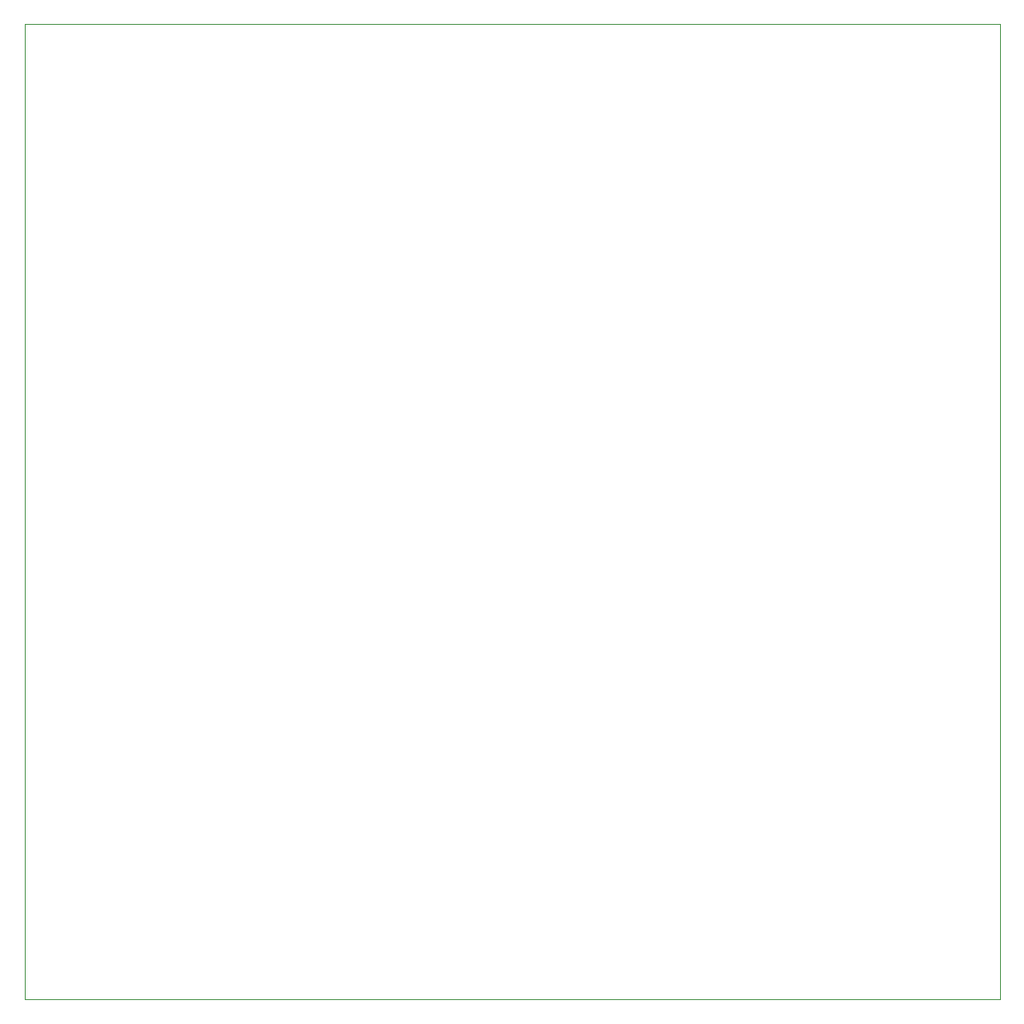
<source format=gm1>
G75*
G70*
%OFA0B0*%
%FSLAX24Y24*%
%IPPOS*%
%LPD*%
%AMOC8*
5,1,8,0,0,1.08239X$1,22.5*
%
%ADD10C,0.0000*%
D10*
X005331Y003913D02*
X005331Y041913D01*
X043331Y041913D01*
X043331Y003913D01*
X005331Y003913D01*
M02*

</source>
